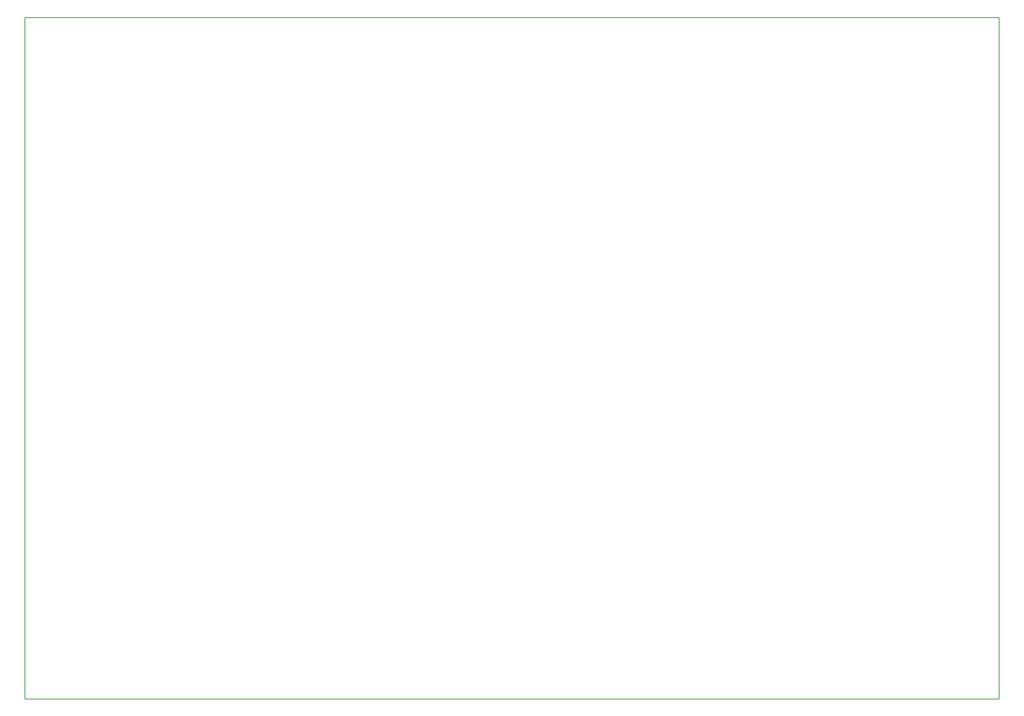
<source format=gbr>
%TF.GenerationSoftware,KiCad,Pcbnew,6.0.0*%
%TF.CreationDate,2022-01-05T13:28:49+01:00*%
%TF.ProjectId,glycon,676c7963-6f6e-42e6-9b69-6361645f7063,rev?*%
%TF.SameCoordinates,Original*%
%TF.FileFunction,Profile,NP*%
%FSLAX46Y46*%
G04 Gerber Fmt 4.6, Leading zero omitted, Abs format (unit mm)*
G04 Created by KiCad (PCBNEW 6.0.0) date 2022-01-05 13:28:49*
%MOMM*%
%LPD*%
G01*
G04 APERTURE LIST*
%TA.AperFunction,Profile*%
%ADD10C,0.100000*%
%TD*%
G04 APERTURE END LIST*
D10*
X158750000Y-149860000D02*
X44450000Y-149860000D01*
X44450000Y-149860000D02*
X44450000Y-69850000D01*
X44450000Y-69850000D02*
X158750000Y-69850000D01*
X158750000Y-69850000D02*
X158750000Y-149860000D01*
M02*

</source>
